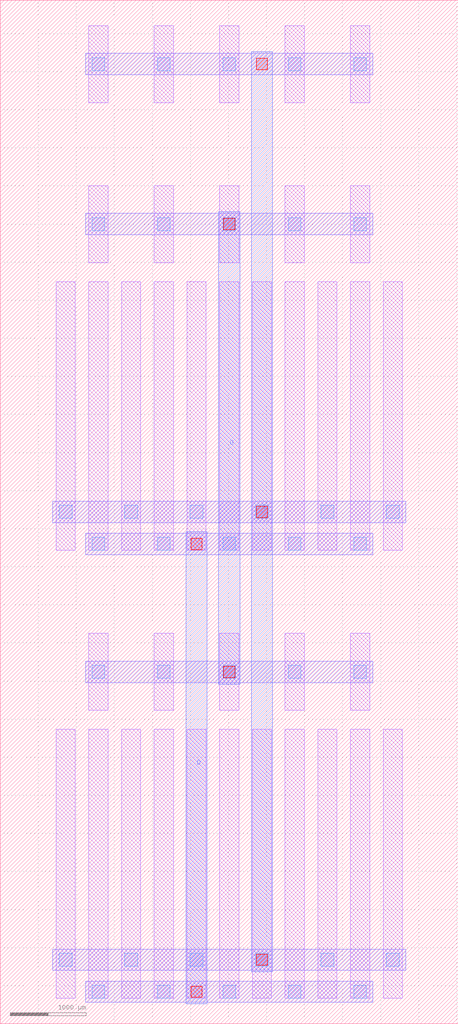
<source format=lef>
MACRO NMOS_S_6078655_X5_Y2
  UNITS 
    DATABASE MICRONS UNITS 1000;
  END UNITS 
  ORIGIN 0 0 ;
  FOREIGN NMOS_S_6078655_X5_Y2 0 0 ;
  SIZE 6020 BY 13440 ;
  PIN D
    DIRECTION INOUT ;
    USE SIGNAL ;
    PORT
      LAYER M3 ;
        RECT 2440 260 2720 6460 ;
    END
  END D
  PIN G
    DIRECTION INOUT ;
    USE SIGNAL ;
    PORT
      LAYER M3 ;
        RECT 2870 4460 3150 10660 ;
    END
  END G
  PIN S
    DIRECTION INOUT ;
    USE SIGNAL ;
    PORT
      LAYER M3 ;
        RECT 3300 680 3580 12760 ;
    END
  END S
  OBS
    LAYER M1 ;
      RECT 1165 335 1415 3865 ;
    LAYER M1 ;
      RECT 1165 4115 1415 5125 ;
    LAYER M1 ;
      RECT 1165 6215 1415 9745 ;
    LAYER M1 ;
      RECT 1165 9995 1415 11005 ;
    LAYER M1 ;
      RECT 1165 12095 1415 13105 ;
    LAYER M1 ;
      RECT 735 335 985 3865 ;
    LAYER M1 ;
      RECT 735 6215 985 9745 ;
    LAYER M1 ;
      RECT 1595 335 1845 3865 ;
    LAYER M1 ;
      RECT 1595 6215 1845 9745 ;
    LAYER M1 ;
      RECT 2025 335 2275 3865 ;
    LAYER M1 ;
      RECT 2025 4115 2275 5125 ;
    LAYER M1 ;
      RECT 2025 6215 2275 9745 ;
    LAYER M1 ;
      RECT 2025 9995 2275 11005 ;
    LAYER M1 ;
      RECT 2025 12095 2275 13105 ;
    LAYER M1 ;
      RECT 2455 335 2705 3865 ;
    LAYER M1 ;
      RECT 2455 6215 2705 9745 ;
    LAYER M1 ;
      RECT 2885 335 3135 3865 ;
    LAYER M1 ;
      RECT 2885 4115 3135 5125 ;
    LAYER M1 ;
      RECT 2885 6215 3135 9745 ;
    LAYER M1 ;
      RECT 2885 9995 3135 11005 ;
    LAYER M1 ;
      RECT 2885 12095 3135 13105 ;
    LAYER M1 ;
      RECT 3315 335 3565 3865 ;
    LAYER M1 ;
      RECT 3315 6215 3565 9745 ;
    LAYER M1 ;
      RECT 3745 335 3995 3865 ;
    LAYER M1 ;
      RECT 3745 4115 3995 5125 ;
    LAYER M1 ;
      RECT 3745 6215 3995 9745 ;
    LAYER M1 ;
      RECT 3745 9995 3995 11005 ;
    LAYER M1 ;
      RECT 3745 12095 3995 13105 ;
    LAYER M1 ;
      RECT 4175 335 4425 3865 ;
    LAYER M1 ;
      RECT 4175 6215 4425 9745 ;
    LAYER M1 ;
      RECT 4605 335 4855 3865 ;
    LAYER M1 ;
      RECT 4605 4115 4855 5125 ;
    LAYER M1 ;
      RECT 4605 6215 4855 9745 ;
    LAYER M1 ;
      RECT 4605 9995 4855 11005 ;
    LAYER M1 ;
      RECT 4605 12095 4855 13105 ;
    LAYER M1 ;
      RECT 5035 335 5285 3865 ;
    LAYER M1 ;
      RECT 5035 6215 5285 9745 ;
    LAYER M2 ;
      RECT 1120 280 4900 560 ;
    LAYER M2 ;
      RECT 1120 4480 4900 4760 ;
    LAYER M2 ;
      RECT 690 700 5330 980 ;
    LAYER M2 ;
      RECT 1120 6160 4900 6440 ;
    LAYER M2 ;
      RECT 1120 10360 4900 10640 ;
    LAYER M2 ;
      RECT 1120 12460 4900 12740 ;
    LAYER M2 ;
      RECT 690 6580 5330 6860 ;
    LAYER V1 ;
      RECT 1205 335 1375 505 ;
    LAYER V1 ;
      RECT 1205 4535 1375 4705 ;
    LAYER V1 ;
      RECT 1205 6215 1375 6385 ;
    LAYER V1 ;
      RECT 1205 10415 1375 10585 ;
    LAYER V1 ;
      RECT 1205 12515 1375 12685 ;
    LAYER V1 ;
      RECT 2065 335 2235 505 ;
    LAYER V1 ;
      RECT 2065 4535 2235 4705 ;
    LAYER V1 ;
      RECT 2065 6215 2235 6385 ;
    LAYER V1 ;
      RECT 2065 10415 2235 10585 ;
    LAYER V1 ;
      RECT 2065 12515 2235 12685 ;
    LAYER V1 ;
      RECT 2925 335 3095 505 ;
    LAYER V1 ;
      RECT 2925 4535 3095 4705 ;
    LAYER V1 ;
      RECT 2925 6215 3095 6385 ;
    LAYER V1 ;
      RECT 2925 10415 3095 10585 ;
    LAYER V1 ;
      RECT 2925 12515 3095 12685 ;
    LAYER V1 ;
      RECT 3785 335 3955 505 ;
    LAYER V1 ;
      RECT 3785 4535 3955 4705 ;
    LAYER V1 ;
      RECT 3785 6215 3955 6385 ;
    LAYER V1 ;
      RECT 3785 10415 3955 10585 ;
    LAYER V1 ;
      RECT 3785 12515 3955 12685 ;
    LAYER V1 ;
      RECT 4645 335 4815 505 ;
    LAYER V1 ;
      RECT 4645 4535 4815 4705 ;
    LAYER V1 ;
      RECT 4645 6215 4815 6385 ;
    LAYER V1 ;
      RECT 4645 10415 4815 10585 ;
    LAYER V1 ;
      RECT 4645 12515 4815 12685 ;
    LAYER V1 ;
      RECT 775 755 945 925 ;
    LAYER V1 ;
      RECT 775 6635 945 6805 ;
    LAYER V1 ;
      RECT 1635 755 1805 925 ;
    LAYER V1 ;
      RECT 1635 6635 1805 6805 ;
    LAYER V1 ;
      RECT 2495 755 2665 925 ;
    LAYER V1 ;
      RECT 2495 6635 2665 6805 ;
    LAYER V1 ;
      RECT 3355 755 3525 925 ;
    LAYER V1 ;
      RECT 3355 6635 3525 6805 ;
    LAYER V1 ;
      RECT 4215 755 4385 925 ;
    LAYER V1 ;
      RECT 4215 6635 4385 6805 ;
    LAYER V1 ;
      RECT 5075 755 5245 925 ;
    LAYER V1 ;
      RECT 5075 6635 5245 6805 ;
    LAYER V2 ;
      RECT 2505 345 2655 495 ;
    LAYER V2 ;
      RECT 2505 6225 2655 6375 ;
    LAYER V2 ;
      RECT 2935 4545 3085 4695 ;
    LAYER V2 ;
      RECT 2935 10425 3085 10575 ;
    LAYER V2 ;
      RECT 3365 765 3515 915 ;
    LAYER V2 ;
      RECT 3365 6645 3515 6795 ;
    LAYER V2 ;
      RECT 3365 12525 3515 12675 ;
  END
END NMOS_S_6078655_X5_Y2

</source>
